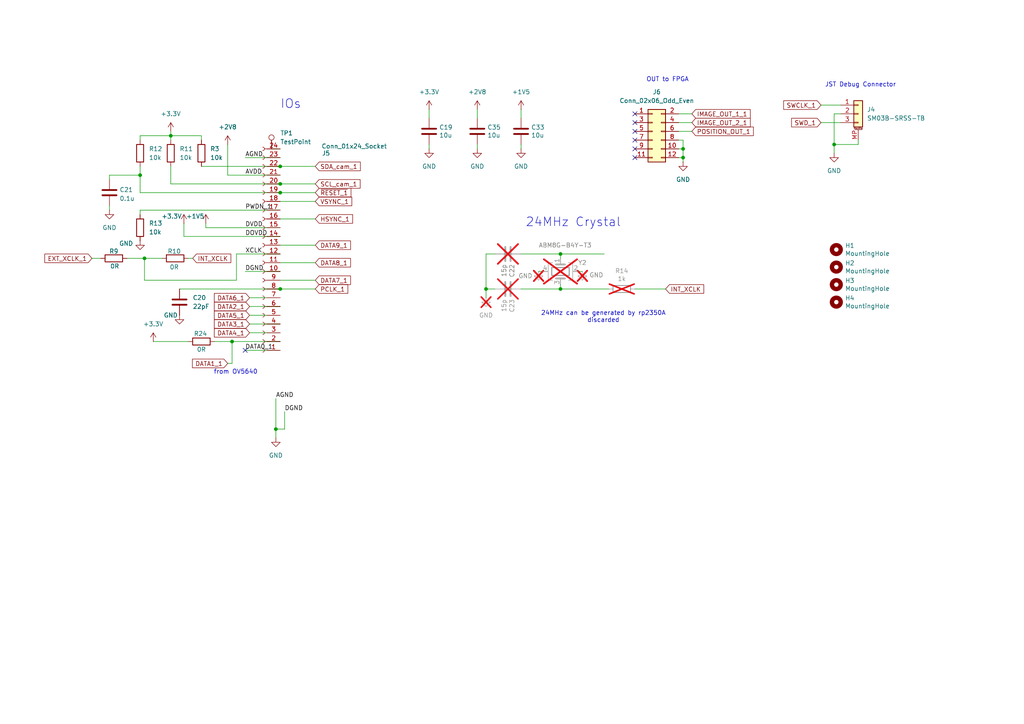
<source format=kicad_sch>
(kicad_sch (version 20250114) (generator "eeschema") (generator_version "9.0")
  (paper "A4")
  (lib_symbols
    (symbol "Connector:Conn_01x24_Socket" (pin_names (offset 1.016) (hide yes))
      (property "Reference" "J" (at 0 30.48 0))
      (property "Value" "Conn_01x24_Socket" (at 0 -33.02 0))
      (symbol "Conn_01x24_Socket_1_1"
        (polyline (pts (xy -1.27 27.94) (xy -0.508 27.94)) (stroke (width 0.1524)))
        (polyline (pts (xy -1.27 25.4) (xy -0.508 25.4)) (stroke (width 0.1524)))
        (polyline (pts (xy -1.27 22.86) (xy -0.508 22.86)) (stroke (width 0.1524)))
        (polyline (pts (xy -1.27 20.32) (xy -0.508 20.32)) (stroke (width 0.1524)))
        (polyline (pts (xy -1.27 17.78) (xy -0.508 17.78)) (stroke (width 0.1524)))
        (polyline (pts (xy -1.27 15.24) (xy -0.508 15.24)) (stroke (width 0.1524)))
        (polyline (pts (xy -1.27 12.7) (xy -0.508 12.7)) (stroke (width 0.1524)))
        (polyline (pts (xy -1.27 10.16) (xy -0.508 10.16)) (stroke (width 0.1524)))
        (polyline (pts (xy -1.27 7.62) (xy -0.508 7.62)) (stroke (width 0.1524)))
        (polyline (pts (xy -1.27 5.08) (xy -0.508 5.08)) (stroke (width 0.1524)))
        (polyline (pts (xy -1.27 2.54) (xy -0.508 2.54)) (stroke (width 0.1524)))
        (polyline (pts (xy -1.27 0) (xy -0.508 0)) (stroke (width 0.1524)))
        (polyline (pts (xy -1.27 -2.54) (xy -0.508 -2.54)) (stroke (width 0.1524)))
        (polyline (pts (xy -1.27 -5.08) (xy -0.508 -5.08)) (stroke (width 0.1524)))
        (polyline (pts (xy -1.27 -7.62) (xy -0.508 -7.62)) (stroke (width 0.1524)))
        (polyline (pts (xy -1.27 -10.16) (xy -0.508 -10.16)) (stroke (width 0.1524)))
        (polyline (pts (xy -1.27 -12.7) (xy -0.508 -12.7)) (stroke (width 0.1524)))
        (polyline (pts (xy -1.27 -15.24) (xy -0.508 -15.24)) (stroke (width 0.1524)))
        (polyline (pts (xy -1.27 -17.78) (xy -0.508 -17.78)) (stroke (width 0.1524)))
        (polyline (pts (xy -1.27 -20.32) (xy -0.508 -20.32)) (stroke (width 0.1524)))
        (polyline (pts (xy -1.27 -22.86) (xy -0.508 -22.86)) (stroke (width 0.1524)))
        (polyline (pts (xy -1.27 -25.4) (xy -0.508 -25.4)) (stroke (width 0.1524)))
        (polyline (pts (xy -1.27 -27.94) (xy -0.508 -27.94)) (stroke (width 0.1524)))
        (polyline (pts (xy -1.27 -30.48) (xy -0.508 -30.48)) (stroke (width 0.1524)))
        (arc (start 0 27.432) (mid -0.5058 27.94) (end 0 28.448) (stroke (width 0.1524)))
        (arc (start 0 24.892) (mid -0.5058 25.4) (end 0 25.908) (stroke (width 0.1524)))
        (arc (start 0 22.352) (mid -0.5058 22.86) (end 0 23.368) (stroke (width 0.1524)))
        (arc (start 0 19.812) (mid -0.5058 20.32) (end 0 20.828) (stroke (width 0.1524)))
        (arc (start 0 17.272) (mid -0.5058 17.78) (end 0 18.288) (stroke (width 0.1524)))
        (arc (start 0 14.732) (mid -0.5058 15.24) (end 0 15.748) (stroke (width 0.1524)))
        (arc (start 0 12.192) (mid -0.5058 12.7) (end 0 13.208) (stroke (width 0.1524)))
        (arc (start 0 9.652) (mid -0.5058 10.16) (end 0 10.668) (stroke (width 0.1524)))
        (arc (start 0 7.112) (mid -0.5058 7.62) (end 0 8.128) (stroke (width 0.1524)))
        (arc (start 0 4.572) (mid -0.5058 5.08) (end 0 5.588) (stroke (width 0.1524)))
        (arc (start 0 2.032) (mid -0.5058 2.54) (end 0 3.048) (stroke (width 0.1524)))
        (arc (start 0 -0.508) (mid -0.5058 0) (end 0 0.508) (stroke (width 0.1524)))
        (arc (start 0 -3.048) (mid -0.5058 -2.54) (end 0 -2.032) (stroke (width 0.1524)))
        (arc (start 0 -5.588) (mid -0.5058 -5.08) (end 0 -4.572) (stroke (width 0.1524)))
        (arc (start 0 -8.128) (mid -0.5058 -7.62) (end 0 -7.112) (stroke (width 0.1524)))
        (arc (start 0 -10.668) (mid -0.5058 -10.16) (end 0 -9.652) (stroke (width 0.1524)))
        (arc (start 0 -13.208) (mid -0.5058 -12.7) (end 0 -12.192) (stroke (width 0.1524)))
        (arc (start 0 -15.748) (mid -0.5058 -15.24) (end 0 -14.732) (stroke (width 0.1524)))
        (arc (start 0 -18.288) (mid -0.5058 -17.78) (end 0 -17.272) (stroke (width 0.1524)))
        (arc (start 0 -20.828) (mid -0.5058 -20.32) (end 0 -19.812) (stroke (width 0.1524)))
        (arc (start 0 -23.368) (mid -0.5058 -22.86) (end 0 -22.352) (stroke (width 0.1524)))
        (arc (start 0 -25.908) (mid -0.5058 -25.4) (end 0 -24.892) (stroke (width 0.1524)))
        (arc (start 0 -28.448) (mid -0.5058 -27.94) (end 0 -27.432) (stroke (width 0.1524)))
        (arc (start 0 -30.988) (mid -0.5058 -30.48) (end 0 -29.972) (stroke (width 0.1524)))
        (pin passive line (at -5.08 27.94 0) (length 3.81) (name "Pin_1") (number "1"))
        (pin passive line (at -5.08 25.4 0) (length 3.81) (name "Pin_2") (number "2"))
        (pin passive line (at -5.08 22.86 0) (length 3.81) (name "Pin_3") (number "3"))
        (pin passive line (at -5.08 20.32 0) (length 3.81) (name "Pin_4") (number "4"))
        (pin passive line (at -5.08 17.78 0) (length 3.81) (name "Pin_5") (number "5"))
        (pin passive line (at -5.08 15.24 0) (length 3.81) (name "Pin_6") (number "6"))
        (pin passive line (at -5.08 12.7 0) (length 3.81) (name "Pin_7") (number "7"))
        (pin passive line (at -5.08 10.16 0) (length 3.81) (name "Pin_8") (number "8"))
        (pin passive line (at -5.08 7.62 0) (length 3.81) (name "Pin_9") (number "9"))
        (pin passive line (at -5.08 5.08 0) (length 3.81) (name "Pin_10") (number "10"))
        (pin passive line (at -5.08 2.54 0) (length 3.81) (name "Pin_11") (number "11"))
        (pin passive line (at -5.08 0 0) (length 3.81) (name "Pin_12") (number "12"))
        (pin passive line (at -5.08 -2.54 0) (length 3.81) (name "Pin_13") (number "13"))
        (pin passive line (at -5.08 -5.08 0) (length 3.81) (name "Pin_14") (number "14"))
        (pin passive line (at -5.08 -7.62 0) (length 3.81) (name "Pin_15") (number "15"))
        (pin passive line (at -5.08 -10.16 0) (length 3.81) (name "Pin_16") (number "16"))
        (pin passive line (at -5.08 -12.7 0) (length 3.81) (name "Pin_17") (number "17"))
        (pin passive line (at -5.08 -15.24 0) (length 3.81) (name "Pin_18") (number "18"))
        (pin passive line (at -5.08 -17.78 0) (length 3.81) (name "Pin_19") (number "19"))
        (pin passive line (at -5.08 -20.32 0) (length 3.81) (name "Pin_20") (number "20"))
        (pin passive line (at -5.08 -22.86 0) (length 3.81) (name "Pin_21") (number "21"))
        (pin passive line (at -5.08 -25.4 0) (length 3.81) (name "Pin_22") (number "22"))
        (pin passive line (at -5.08 -27.94 0) (length 3.81) (name "Pin_23") (number "23"))
        (pin passive line (at -5.08 -30.48 0) (length 3.81) (name "Pin_24") (number "24"))
      )
    )
    (symbol "Connector:TestPoint" (pin_numbers (hide yes)) (pin_names (offset 0.762) (hide yes))
      (property "Reference" "TP" (at 0 6.858 0))
      (property "Value" "TestPoint" (at 0 5.08 0))
      (symbol "TestPoint_0_1"
        (circle (center 0 3.302) (radius 0.762))
      )
      (symbol "TestPoint_1_1"
        (pin passive line (at 0 0 90) (length 2.54) (name "1") (number "1"))
      )
    )
    (symbol "Connector_Generic:Conn_02x06_Odd_Even" (pin_names (offset 1.016) (hide yes))
      (property "Reference" "J" (at 1.27 7.62 0))
      (property "Value" "Conn_02x06_Odd_Even" (at 1.27 -10.16 0))
      (symbol "Conn_02x06_Odd_Even_1_1"
        (rectangle (start -1.27 6.35) (end 3.81 -8.89) (stroke (width 0.254)) (fill (type background)))
        (rectangle (start -1.27 5.207) (end 0 4.953) (stroke (width 0.1524)))
        (rectangle (start -1.27 2.667) (end 0 2.413) (stroke (width 0.1524)))
        (rectangle (start -1.27 0.127) (end 0 -0.127) (stroke (width 0.1524)))
        (rectangle (start -1.27 -2.413) (end 0 -2.667) (stroke (width 0.1524)))
        (rectangle (start -1.27 -4.953) (end 0 -5.207) (stroke (width 0.1524)))
        (rectangle (start -1.27 -7.493) (end 0 -7.747) (stroke (width 0.1524)))
        (rectangle (start 3.81 5.207) (end 2.54 4.953) (stroke (width 0.1524)))
        (rectangle (start 3.81 2.667) (end 2.54 2.413) (stroke (width 0.1524)))
        (rectangle (start 3.81 0.127) (end 2.54 -0.127) (stroke (width 0.1524)))
        (rectangle (start 3.81 -2.413) (end 2.54 -2.667) (stroke (width 0.1524)))
        (rectangle (start 3.81 -4.953) (end 2.54 -5.207) (stroke (width 0.1524)))
        (rectangle (start 3.81 -7.493) (end 2.54 -7.747) (stroke (width 0.1524)))
        (pin passive line (at -5.08 5.08 0) (length 3.81) (name "Pin_1") (number "1"))
        (pin passive line (at -5.08 2.54 0) (length 3.81) (name "Pin_3") (number "3"))
        (pin passive line (at -5.08 0 0) (length 3.81) (name "Pin_5") (number "5"))
        (pin passive line (at -5.08 -2.54 0) (length 3.81) (name "Pin_7") (number "7"))
        (pin passive line (at -5.08 -5.08 0) (length 3.81) (name "Pin_9") (number "9"))
        (pin passive line (at -5.08 -7.62 0) (length 3.81) (name "Pin_11") (number "11"))
        (pin passive line (at 7.62 5.08 180) (length 3.81) (name "Pin_2") (number "2"))
        (pin passive line (at 7.62 2.54 180) (length 3.81) (name "Pin_4") (number "4"))
        (pin passive line (at 7.62 0 180) (length 3.81) (name "Pin_6") (number "6"))
        (pin passive line (at 7.62 -2.54 180) (length 3.81) (name "Pin_8") (number "8"))
        (pin passive line (at 7.62 -5.08 180) (length 3.81) (name "Pin_10") (number "10"))
        (pin passive line (at 7.62 -7.62 180) (length 3.81) (name "Pin_12") (number "12"))
      )
    )
    (symbol "Connector_Generic_MountingPin:Conn_01x03_MountingPin" (pin_names (offset 1.016) (hide yes))
      (property "Reference" "J" (at 0 5.08 0))
      (property "Value" "Conn_01x03_MountingPin" (at 1.27 -5.08 0))
      (symbol "Conn_01x03_MountingPin_1_1"
        (rectangle (start -1.27 3.81) (end 1.27 -3.81) (stroke (width 0.254)) (fill (type background)))
        (rectangle (start -1.27 2.667) (end 0 2.413) (stroke (width 0.1524)))
        (rectangle (start -1.27 0.127) (end 0 -0.127) (stroke (width 0.1524)))
        (rectangle (start -1.27 -2.413) (end 0 -2.667) (stroke (width 0.1524)))
        (polyline (pts (xy -1.016 -4.572) (xy 1.016 -4.572)) (stroke (width 0.1524)))
        (text "Mounting" (at 0 -4.191 0) (effects (font (size 0.381 0.381))))
        (pin passive line (at -5.08 2.54 0) (length 3.81) (name "Pin_1") (number "1"))
        (pin passive line (at -5.08 0 0) (length 3.81) (name "Pin_2") (number "2"))
        (pin passive line (at -5.08 -2.54 0) (length 3.81) (name "Pin_3") (number "3"))
        (pin passive line (at 0 -7.62 90) (length 3.048) (name "MountPin") (number "MP"))
      )
    )
    (symbol "Device:C" (pin_numbers (hide yes)) (pin_names (offset 0.254))
      (property "Reference" "C" (at 0.635 2.54 0))
      (property "Value" "C" (at 0.635 -2.54 0))
      (symbol "C_0_1"
        (polyline (pts (xy -2.032 0.762) (xy 2.032 0.762)) (stroke (width 0.508)))
        (polyline (pts (xy -2.032 -0.762) (xy 2.032 -0.762)) (stroke (width 0.508)))
      )
      (symbol "C_1_1"
        (pin passive line (at 0 3.81 270) (length 2.794) (name "~") (number "1"))
        (pin passive line (at 0 -3.81 90) (length 2.794) (name "~") (number "2"))
      )
    )
    (symbol "Device:Crystal_GND24" (pin_names (offset 1.016) (hide yes))
      (property "Reference" "Y" (at 3.175 5.08 0))
      (property "Value" "Crystal_GND24" (at 3.175 3.175 0))
      (symbol "Crystal_GND24_0_1"
        (polyline (pts (xy -2.54 2.286) (xy -2.54 3.556) (xy 2.54 3.556) (xy 2.54 2.286)))
        (polyline (pts (xy -2.54 0) (xy -2.032 0)))
        (polyline (pts (xy -2.54 -2.286) (xy -2.54 -3.556) (xy 2.54 -3.556) (xy 2.54 -2.286)))
        (polyline (pts (xy -2.032 -1.27) (xy -2.032 1.27)) (stroke (width 0.508)))
        (rectangle (start -1.143 2.54) (end 1.143 -2.54) (stroke (width 0.3048)))
        (polyline (pts (xy 0 3.556) (xy 0 3.81)))
        (polyline (pts (xy 0 -3.81) (xy 0 -3.556)))
        (polyline (pts (xy 2.032 0) (xy 2.54 0)))
        (polyline (pts (xy 2.032 -1.27) (xy 2.032 1.27)) (stroke (width 0.508)))
      )
      (symbol "Crystal_GND24_1_1"
        (pin passive line (at -3.81 0 0) (length 1.27) (name "1") (number "1"))
        (pin passive line (at 0 5.08 270) (length 1.27) (name "2") (number "2"))
        (pin passive line (at 0 -5.08 90) (length 1.27) (name "4") (number "4"))
        (pin passive line (at 3.81 0 180) (length 1.27) (name "3") (number "3"))
      )
    )
    (symbol "Device:R" (pin_numbers (hide yes)) (pin_names (offset 0))
      (property "Reference" "R" (at 2.032 0 90))
      (property "Value" "R" (at 0 0 90))
      (symbol "R_0_1"
        (rectangle (start -1.016 -2.54) (end 1.016 2.54) (stroke (width 0.254)))
      )
      (symbol "R_1_1"
        (pin passive line (at 0 3.81 270) (length 1.27) (name "~") (number "1"))
        (pin passive line (at 0 -3.81 90) (length 1.27) (name "~") (number "2"))
      )
    )
    (symbol "GND_1" (power) (pin_numbers (hide yes)) (pin_names (offset 0) (hide yes))
      (property "Value" "GND" (at 0 -3.81 0))
      (symbol "GND_1_0_1"
        (polyline (pts (xy 0 0) (xy 0 -1.27) (xy 1.27 -1.27) (xy 0 -2.54) (xy -1.27 -1.27) (xy 0 -1.27)))
      )
      (symbol "GND_1_1_1"
        (pin power_in line (at 0 0 270) (length 0) (name "~") (number "1"))
      )
    )
    (symbol "GND_10" (power) (pin_numbers (hide yes)) (pin_names (offset 0) (hide yes))
      (property "Value" "GND" (at 0 -3.81 0))
      (symbol "GND_10_0_1"
        (polyline (pts (xy 0 0) (xy 0 -1.27) (xy 1.27 -1.27) (xy 0 -2.54) (xy -1.27 -1.27) (xy 0 -1.27)))
      )
      (symbol "GND_10_1_1"
        (pin power_in line (at 0 0 270) (length 0) (name "~") (number "1"))
      )
    )
    (symbol "GND_2" (power) (pin_numbers (hide yes)) (pin_names (offset 0) (hide yes))
      (property "Value" "GND" (at 0 -3.81 0))
      (symbol "GND_2_0_1"
        (polyline (pts (xy 0 0) (xy 0 -1.27) (xy 1.27 -1.27) (xy 0 -2.54) (xy -1.27 -1.27) (xy 0 -1.27)))
      )
      (symbol "GND_2_1_1"
        (pin power_in line (at 0 0 270) (length 0) (name "~") (number "1"))
      )
    )
    (symbol "GND_3" (power) (pin_numbers (hide yes)) (pin_names (offset 0) (hide yes))
      (property "Value" "GND" (at 0 -3.81 0))
      (symbol "GND_3_0_1"
        (polyline (pts (xy 0 0) (xy 0 -1.27) (xy 1.27 -1.27) (xy 0 -2.54) (xy -1.27 -1.27) (xy 0 -1.27)))
      )
      (symbol "GND_3_1_1"
        (pin power_in line (at 0 0 270) (length 0) (name "~") (number "1"))
      )
    )
    (symbol "GND_7" (power) (pin_numbers (hide yes)) (pin_names (offset 0) (hide yes))
      (property "Value" "GND" (at 0 -3.81 0))
      (symbol "GND_7_0_1"
        (polyline (pts (xy 0 0) (xy 0 -1.27) (xy 1.27 -1.27) (xy 0 -2.54) (xy -1.27 -1.27) (xy 0 -1.27)))
      )
      (symbol "GND_7_1_1"
        (pin power_in line (at 0 0 270) (length 0) (name "~") (number "1"))
      )
    )
    (symbol "GND_9" (power) (pin_numbers (hide yes)) (pin_names (offset 0) (hide yes))
      (property "Value" "GND" (at 0 -3.81 0))
      (symbol "GND_9_0_1"
        (polyline (pts (xy 0 0) (xy 0 -1.27) (xy 1.27 -1.27) (xy 0 -2.54) (xy -1.27 -1.27) (xy 0 -1.27)))
      )
      (symbol "GND_9_1_1"
        (pin power_in line (at 0 0 270) (length 0) (name "~") (number "1"))
      )
    )
    (symbol "Mechanical:MountingHole" (pin_names (offset 1.016))
      (property "Reference" "H" (at 0 5.08 0))
      (property "Value" "MountingHole" (at 0 3.175 0))
      (symbol "MountingHole_0_1"
        (circle (center 0 0) (radius 1.27) (stroke (width 1.27)))
      )
    )
    (symbol "MountingHole_1" (pin_names (offset 1.016))
      (property "Reference" "H" (at 0 5.08 0))
      (property "Value" "MountingHole" (at 0 3.175 0))
      (symbol "MountingHole_1_0_1"
        (circle (center 0 0) (radius 1.27) (stroke (width 1.27)))
      )
    )
    (symbol "MountingHole_2" (pin_names (offset 1.016))
      (property "Reference" "H" (at 0 5.08 0))
      (property "Value" "MountingHole" (at 0 3.175 0))
      (symbol "MountingHole_2_0_1"
        (circle (center 0 0) (radius 1.27) (stroke (width 1.27)))
      )
    )
    (symbol "MountingHole_3" (pin_names (offset 1.016))
      (property "Reference" "H" (at 0 5.08 0))
      (property "Value" "MountingHole" (at 0 3.175 0))
      (symbol "MountingHole_3_0_1"
        (circle (center 0 0) (radius 1.27) (stroke (width 1.27)))
      )
    )
    (symbol "power:+1V5" (power) (pin_numbers (hide yes)) (pin_names (offset 0) (hide yes))
      (property "Value" "+1V5" (at 0 3.556 0))
      (symbol "+1V5_0_1"
        (polyline (pts (xy -0.762 1.27) (xy 0 2.54)))
        (polyline (pts (xy 0 2.54) (xy 0.762 1.27)))
        (polyline (pts (xy 0 0) (xy 0 2.54)))
      )
      (symbol "+1V5_1_1"
        (pin power_in line (at 0 0 90) (length 0) (name "~") (number "1"))
      )
    )
    (symbol "power:+2V8" (power) (pin_numbers (hide yes)) (pin_names (offset 0) (hide yes))
      (property "Value" "+2V8" (at 0 3.556 0))
      (symbol "+2V8_0_1"
        (polyline (pts (xy -0.762 1.27) (xy 0 2.54)))
        (polyline (pts (xy 0 2.54) (xy 0.762 1.27)))
        (polyline (pts (xy 0 0) (xy 0 2.54)))
      )
      (symbol "+2V8_1_1"
        (pin power_in line (at 0 0 90) (length 0) (name "~") (number "1"))
      )
    )
    (symbol "power:+3.3V" (power) (pin_numbers (hide yes)) (pin_names (offset 0) (hide yes))
      (property "Value" "+3.3V" (at 0 3.556 0))
      (symbol "+3.3V_0_1"
        (polyline (pts (xy -0.762 1.27) (xy 0 2.54)))
        (polyline (pts (xy 0 2.54) (xy 0.762 1.27)))
        (polyline (pts (xy 0 0) (xy 0 2.54)))
      )
      (symbol "+3.3V_1_1"
        (pin power_in line (at 0 0 90) (length 0) (name "~") (number "1"))
      )
    )
    (symbol "power:GND" (power) (pin_numbers (hide yes)) (pin_names (offset 0) (hide yes))
      (property "Value" "GND" (at 0 -3.81 0))
      (symbol "GND_0_1"
        (polyline (pts (xy 0 0) (xy 0 -1.27) (xy 1.27 -1.27) (xy 0 -2.54) (xy -1.27 -1.27) (xy 0 -1.27)))
      )
      (symbol "GND_1_1"
        (pin power_in line (at 0 0 270) (length 0) (name "~") (number "1"))
      )
    )
  )
  (text "from OV5640" (at 61.976 108.712 0) (effects (font (size 1.27 1.27)) (justify left bottom)))
  (text "24MHz Crystal" (at 152.4 66.04 0) (effects (font (size 2.54 2.54)) (justify left bottom)))
  (text "24MHz can be generated by rp2350A\ndiscarded" (at 175.006 91.948 0) (effects (font (size 1.27 1.27))))
  (text "OUT to FPGA" (at 187.452 23.876 0) (effects (font (size 1.27 1.27)) (justify left bottom)))
  (text "IOs" (at 81.28 31.75 0) (effects (font (size 2.54 2.54)) (justify left bottom)))
  (text "JST Debug Connector" (at 239.268 25.4 0) (effects (font (size 1.27 1.27)) (justify left bottom)))
  (junction (at 81.28 55.88))
  (junction (at 81.28 53.34))
  (junction (at 49.53 39.37))
  (junction (at 241.935 41.91))
  (junction (at 198.12 45.72))
  (junction (at 140.97 83.82))
  (junction (at 67.31 99.06))
  (junction (at 40.64 50.8))
  (junction (at 80.01 124.46))
  (junction (at 81.28 83.82))
  (junction (at 162.56 83.82))
  (junction (at 198.12 43.18))
  (junction (at 162.56 73.66))
  (junction (at 81.28 48.26))
  (junction (at 41.91 74.93))
  (no_connect (at 184.15 45.72))
  (no_connect (at 184.15 33.02))
  (no_connect (at 71.12 101.6))
  (no_connect (at 184.15 40.64))
  (no_connect (at 184.15 38.1))
  (no_connect (at 184.15 35.56))
  (no_connect (at 184.15 43.18))
  (wire (pts (xy 58.42 48.26) (xy 81.28 48.26)))
  (wire (pts (xy 198.12 40.64) (xy 198.12 43.18)))
  (wire (pts (xy 156.21 78.74) (xy 157.48 78.74)))
  (wire (pts (xy 49.53 39.37) (xy 49.53 40.64)))
  (wire (pts (xy 54.61 74.93) (xy 55.88 74.93)))
  (wire (pts (xy 41.91 81.28) (xy 41.91 74.93)))
  (wire (pts (xy 40.64 60.96) (xy 81.28 60.96)))
  (wire (pts (xy 248.92 40.64) (xy 248.92 41.91)))
  (wire (pts (xy 196.85 33.02) (xy 200.66 33.02)))
  (wire (pts (xy 241.935 41.91) (xy 241.935 44.45)))
  (wire (pts (xy 40.64 50.8) (xy 40.64 55.88)))
  (wire (pts (xy 31.75 50.8) (xy 40.64 50.8)))
  (wire (pts (xy 151.13 31.75) (xy 151.13 34.29)))
  (wire (pts (xy 72.39 93.98) (xy 81.28 93.98)))
  (wire (pts (xy 196.85 43.18) (xy 198.12 43.18)))
  (wire (pts (xy 71.12 45.72) (xy 81.28 45.72)))
  (wire (pts (xy 49.53 53.34) (xy 81.28 53.34)))
  (wire (pts (xy 196.85 38.1) (xy 200.66 38.1)))
  (wire (pts (xy 78.74 43.18) (xy 81.28 43.18)))
  (wire (pts (xy 167.64 78.74) (xy 168.91 78.74)))
  (wire (pts (xy 58.42 40.64) (xy 58.42 39.37)))
  (wire (pts (xy 53.34 68.58) (xy 81.28 68.58)))
  (wire (pts (xy 68.58 73.66) (xy 81.28 73.66)))
  (wire (pts (xy 241.935 41.91) (xy 248.92 41.91)))
  (wire (pts (xy 72.39 96.52) (xy 81.28 96.52)))
  (wire (pts (xy 162.56 82.55) (xy 162.56 83.82)))
  (wire (pts (xy 151.13 73.66) (xy 162.56 73.66)))
  (wire (pts (xy 66.04 41.91) (xy 66.04 50.8)))
  (wire (pts (xy 151.13 83.82) (xy 162.56 83.82)))
  (wire (pts (xy 40.64 48.26) (xy 40.64 50.8)))
  (wire (pts (xy 67.31 99.06) (xy 81.28 99.06)))
  (wire (pts (xy 143.51 73.66) (xy 140.97 73.66)))
  (wire (pts (xy 196.85 35.56) (xy 200.66 35.56)))
  (wire (pts (xy 162.56 73.66) (xy 175.26 73.66)))
  (wire (pts (xy 81.28 55.88) (xy 91.44 55.88)))
  (wire (pts (xy 81.28 76.2) (xy 91.44 76.2)))
  (wire (pts (xy 49.53 48.26) (xy 49.53 53.34)))
  (wire (pts (xy 140.97 73.66) (xy 140.97 83.82)))
  (wire (pts (xy 53.34 64.77) (xy 53.34 68.58)))
  (wire (pts (xy 41.91 81.28) (xy 68.58 81.28)))
  (wire (pts (xy 81.28 83.82) (xy 91.44 83.82)))
  (wire (pts (xy 81.28 53.34) (xy 91.44 53.34)))
  (wire (pts (xy 198.12 43.18) (xy 198.12 45.72)))
  (wire (pts (xy 238.125 30.48) (xy 243.84 30.48)))
  (wire (pts (xy 143.51 83.82) (xy 140.97 83.82)))
  (wire (pts (xy 72.39 91.44) (xy 81.28 91.44)))
  (wire (pts (xy 81.28 81.28) (xy 91.44 81.28)))
  (wire (pts (xy 138.43 31.75) (xy 138.43 34.29)))
  (wire (pts (xy 162.56 83.82) (xy 176.53 83.82)))
  (wire (pts (xy 68.58 81.28) (xy 68.58 73.66)))
  (wire (pts (xy 40.64 39.37) (xy 49.53 39.37)))
  (wire (pts (xy 72.39 86.36) (xy 81.28 86.36)))
  (wire (pts (xy 71.12 78.74) (xy 81.28 78.74)))
  (wire (pts (xy 198.12 45.72) (xy 198.12 46.99)))
  (wire (pts (xy 80.01 124.46) (xy 80.01 127)))
  (wire (pts (xy 66.04 50.8) (xy 81.28 50.8)))
  (wire (pts (xy 238.125 35.56) (xy 243.84 35.56)))
  (wire (pts (xy 196.85 45.72) (xy 198.12 45.72)))
  (wire (pts (xy 59.69 66.04) (xy 81.28 66.04)))
  (wire (pts (xy 80.01 115.57) (xy 80.01 124.46)))
  (wire (pts (xy 41.91 74.93) (xy 46.99 74.93)))
  (wire (pts (xy 81.28 58.42) (xy 91.44 58.42)))
  (wire (pts (xy 66.04 105.41) (xy 67.31 105.41)))
  (wire (pts (xy 162.56 74.93) (xy 162.56 73.66)))
  (wire (pts (xy 58.42 39.37) (xy 49.53 39.37)))
  (wire (pts (xy 241.935 33.02) (xy 241.935 41.91)))
  (wire (pts (xy 31.75 52.07) (xy 31.75 50.8)))
  (wire (pts (xy 82.55 119.38) (xy 82.55 124.46)))
  (wire (pts (xy 243.84 33.02) (xy 241.935 33.02)))
  (wire (pts (xy 72.39 88.9) (xy 81.28 88.9)))
  (wire (pts (xy 31.75 59.69) (xy 31.75 60.96)))
  (wire (pts (xy 52.07 83.82) (xy 81.28 83.82)))
  (wire (pts (xy 40.64 40.64) (xy 40.64 39.37)))
  (wire (pts (xy 62.23 99.06) (xy 67.31 99.06)))
  (wire (pts (xy 124.46 31.75) (xy 124.46 34.29)))
  (wire (pts (xy 67.31 105.41) (xy 67.31 99.06)))
  (wire (pts (xy 138.43 41.91) (xy 138.43 43.18)))
  (wire (pts (xy 140.97 83.82) (xy 140.97 86.36)))
  (wire (pts (xy 184.15 83.82) (xy 193.04 83.82)))
  (wire (pts (xy 59.69 64.77) (xy 59.69 66.04)))
  (wire (pts (xy 26.67 74.93) (xy 29.21 74.93)))
  (wire (pts (xy 81.28 48.26) (xy 91.44 48.26)))
  (wire (pts (xy 44.45 99.06) (xy 54.61 99.06)))
  (wire (pts (xy 81.28 71.12) (xy 91.44 71.12)))
  (wire (pts (xy 80.01 124.46) (xy 82.55 124.46)))
  (wire (pts (xy 40.64 55.88) (xy 81.28 55.88)))
  (wire (pts (xy 81.28 63.5) (xy 91.44 63.5)))
  (wire (pts (xy 49.53 38.1) (xy 49.53 39.37)))
  (wire (pts (xy 151.13 41.91) (xy 151.13 43.18)))
  (wire (pts (xy 40.64 62.23) (xy 40.64 60.96)))
  (wire (pts (xy 71.12 101.6) (xy 81.28 101.6)))
  (wire (pts (xy 124.46 41.91) (xy 124.46 43.18)))
  (wire (pts (xy 196.85 40.64) (xy 198.12 40.64)))
  (wire (pts (xy 36.83 74.93) (xy 41.91 74.93)))
  (label "AGND" (at 80.01 115.57 0))
  (label "DOVDD" (at 71.12 68.58 0))
  (label "DVDD" (at 71.12 66.04 0))
  (label "DATA0_1" (at 71.12 101.6 0))
  (label "PWDN_1" (at 71.12 60.96 0))
  (label "DGND" (at 82.55 119.38 0))
  (label "AVDD" (at 71.12 50.8 0))
  (label "DGND" (at 71.12 78.74 0))
  (label "XCLK" (at 71.12 73.66 0))
  (label "AGND" (at 71.12 45.72 0))
  (global_label "DATA4_1" (shape input) (at 72.39 96.52 180) (property "Intersheetrefs" "${INTERSHEET_REFS}" (effects (hide yes))))
  (global_label "HSYNC_1" (shape input) (at 91.44 63.5 0) (property "Intersheetrefs" "${INTERSHEET_REFS}" (effects (hide yes))))
  (global_label "PCLK_1" (shape input) (at 91.44 83.82 0) (property "Intersheetrefs" "${INTERSHEET_REFS}" (effects (hide yes))))
  (global_label "DATA9_1" (shape input) (at 91.44 71.12 0) (property "Intersheetrefs" "${INTERSHEET_REFS}" (effects (hide yes))))
  (global_label "IMAGE_OUT_2_1" (shape input) (at 200.66 35.56 0) (property "Intersheetrefs" "${INTERSHEET_REFS}" (effects (hide yes))))
  (global_label "DATA7_1" (shape input) (at 91.44 81.28 0) (property "Intersheetrefs" "${INTERSHEET_REFS}" (effects (hide yes))))
  (global_label "~{RESET_1}" (shape input) (at 91.44 55.88 0) (property "Intersheetrefs" "${INTERSHEET_REFS}" (effects (hide yes))))
  (global_label "SWD_1" (shape input) (at 238.125 35.56 180) (property "Intersheetrefs" "${INTERSHEET_REFS}" (effects (hide yes))))
  (global_label "DATA3_1" (shape input) (at 72.39 93.98 180) (property "Intersheetrefs" "${INTERSHEET_REFS}" (effects (hide yes))))
  (global_label "POSITION_OUT_1" (shape input) (at 200.66 38.1 0) (property "Intersheetrefs" "${INTERSHEET_REFS}" (effects (hide yes))))
  (global_label "DATA1_1" (shape input) (at 66.04 105.41 180) (property "Intersheetrefs" "${INTERSHEET_REFS}" (effects (hide yes))))
  (global_label "IMAGE_OUT_1_1" (shape input) (at 200.66 33.02 0) (property "Intersheetrefs" "${INTERSHEET_REFS}" (effects (hide yes))))
  (global_label "DATA6_1" (shape input) (at 72.39 86.36 180) (property "Intersheetrefs" "${INTERSHEET_REFS}" (effects (hide yes))))
  (global_label "DATA8_1" (shape input) (at 91.44 76.2 0) (property "Intersheetrefs" "${INTERSHEET_REFS}" (effects (hide yes))))
  (global_label "DATA2_1" (shape input) (at 72.39 88.9 180) (property "Intersheetrefs" "${INTERSHEET_REFS}" (effects (hide yes))))
  (global_label "SWCLK_1" (shape input) (at 238.125 30.48 180) (property "Intersheetrefs" "${INTERSHEET_REFS}" (effects (hide yes))))
  (global_label "VSYNC_1" (shape input) (at 91.44 58.42 0) (property "Intersheetrefs" "${INTERSHEET_REFS}" (effects (hide yes))))
  (global_label "SDA_cam_1" (shape input) (at 91.44 48.26 0) (property "Intersheetrefs" "${INTERSHEET_REFS}" (effects (hide yes))))
  (global_label "EXT_XCLK_1" (shape input) (at 26.67 74.93 180) (property "Intersheetrefs" "${INTERSHEET_REFS}" (effects (hide yes))))
  (global_label "INT_XCLK" (shape input) (at 193.04 83.82 0) (property "Intersheetrefs" "${INTERSHEET_REFS}" (effects (hide yes))))
  (global_label "DATA5_1" (shape input) (at 72.39 91.44 180) (property "Intersheetrefs" "${INTERSHEET_REFS}" (effects (hide yes))))
  (global_label "INT_XCLK" (shape input) (at 55.88 74.93 0) (property "Intersheetrefs" "${INTERSHEET_REFS}" (effects (hide yes))))
  (global_label "SCL_cam_1" (shape input) (at 91.44 53.34 0) (property "Intersheetrefs" "${INTERSHEET_REFS}" (effects (hide yes))))
  (symbol (lib_name "MountingHole_1") (lib_id "Mechanical:MountingHole") (at 242.57 72.39 0) (unit 1)
    (property "Reference" "H1" (at 245.11 71.2216 0) (effects (justify left)))
    (property "Value" "MountingHole" (at 245.11 73.533 0) (effects (justify left)))
    (property "Footprint" "MountingHole:MountingHole_2.7mm_M2.5" (effects (hide yes)))
  )
  (symbol (lib_name "MountingHole_3") (lib_id "Mechanical:MountingHole") (at 242.57 77.47 0) (unit 1)
    (property "Reference" "H2" (at 245.11 76.3016 0) (effects (justify left)))
    (property "Value" "MountingHole" (at 245.11 78.613 0) (effects (justify left)))
    (property "Footprint" "MountingHole:MountingHole_2.7mm_M2.5" (effects (hide yes)))
  )
  (symbol (lib_name "MountingHole_2") (lib_id "Mechanical:MountingHole") (at 242.57 82.55 0) (unit 1)
    (property "Reference" "H3" (at 245.11 81.3816 0) (effects (justify left)))
    (property "Value" "MountingHole" (at 245.11 83.693 0) (effects (justify left)))
    (property "Footprint" "MountingHole:MountingHole_2.7mm_M2.5" (effects (hide yes)))
  )
  (symbol (lib_id "Mechanical:MountingHole") (at 242.57 87.63 0) (unit 1)
    (property "Reference" "H4" (at 245.11 86.4616 0) (effects (justify left)))
    (property "Value" "MountingHole" (at 245.11 88.773 0) (effects (justify left)))
    (property "Footprint" "MountingHole:MountingHole_2.7mm_M2.5" (effects (hide yes)))
  )
  (symbol (lib_id "Device:C") (at 124.46 38.1 0) (unit 1)
    (property "Reference" "C19" (at 127.381 36.9316 0) (effects (justify left)))
    (property "Value" "10u" (at 127.381 39.243 0) (effects (justify left)))
    (property "Footprint" "Capacitor_SMD:C_0603_1608Metric_Pad1.08x0.95mm_HandSolder" (effects (hide yes)))
  )
  (symbol (lib_id "Device:C") (at 151.13 38.1 0) (unit 1)
    (property "Reference" "C33" (at 154.051 36.9316 0) (effects (justify left)))
    (property "Value" "10u" (at 154.051 39.243 0) (effects (justify left)))
    (property "Footprint" "Capacitor_SMD:C_0603_1608Metric_Pad1.08x0.95mm_HandSolder" (effects (hide yes)))
  )
  (symbol (lib_name "GND_2") (lib_id "power:GND") (at 140.97 86.36 0) (unit 1) (on_board no) (dnp yes)
    (property "Reference" "#PWR042" (effects (hide yes)))
    (property "Value" "GND" (at 140.97 91.44 0))
    (property "Description" "Power symbol creates a global label with name \"GND\" , ground" (effects (hide yes)))
  )
  (symbol (lib_id "power:+3.3V") (at 44.45 99.06 0) (unit 1)
    (property "Reference" "#PWR037" (effects (hide yes)))
    (property "Value" "+3.3V" (at 44.45 93.98 0))
    (property "Description" "Power symbol creates a global label with name \"+3.3V\"" (effects (hide yes)))
  )
  (symbol (lib_name "GND_3") (lib_id "power:GND") (at 138.43 43.18 0) (unit 1)
    (property "Reference" "#PWR038" (effects (hide yes)))
    (property "Value" "GND" (at 138.43 48.26 0))
    (property "Description" "Power symbol creates a global label with name \"GND\" , ground" (effects (hide yes)))
  )
  (symbol (lib_name "GND_10") (lib_id "power:GND") (at 31.75 60.96 0) (unit 1)
    (property "Reference" "#PWR040" (effects (hide yes)))
    (property "Value" "GND" (at 31.75 66.04 0))
    (property "Description" "Power symbol creates a global label with name \"GND\" , ground" (effects (hide yes)))
  )
  (symbol (lib_name "GND_9") (lib_id "power:GND") (at 80.01 127 0) (unit 1)
    (property "Reference" "#PWR036" (effects (hide yes)))
    (property "Value" "GND" (at 80.01 132.08 0))
    (property "Description" "Power symbol creates a global label with name \"GND\" , ground" (effects (hide yes)))
  )
  (symbol (lib_id "power:+1V5") (at 151.13 31.75 0) (unit 1)
    (property "Reference" "#PWR054" (effects (hide yes)))
    (property "Value" "+1V5" (at 151.13 26.67 0))
    (property "Description" "Power symbol creates a global label with name \"+1V5\"" (effects (hide yes)))
  )
  (symbol (lib_id "Device:C") (at 31.75 55.88 0) (unit 1)
    (property "Reference" "C21" (at 34.671 55.0453 0) (effects (justify left)))
    (property "Value" "0.1u" (at 34.671 57.5822 0) (effects (justify left)))
    (property "Footprint" "Capacitor_SMD:C_0603_1608Metric_Pad1.08x0.95mm_HandSolder" (effects (hide yes)))
  )
  (symbol (lib_id "Device:R") (at 49.53 44.45 0) (unit 1)
    (property "Reference" "R11" (at 52.07 43.1799 0) (effects (justify left)))
    (property "Value" "10k" (at 52.07 45.7199 0) (effects (justify left)))
    (property "Footprint" "Resistor_SMD:R_0603_1608Metric_Pad0.98x0.95mm_HandSolder" (effects (hide yes)))
    (property "Description" "Resistor" (effects (hide yes)))
  )
  (symbol (lib_name "GND_3") (lib_id "power:GND") (at 151.13 43.18 0) (unit 1)
    (property "Reference" "#PWR055" (effects (hide yes)))
    (property "Value" "GND" (at 151.13 48.26 0))
    (property "Description" "Power symbol creates a global label with name \"GND\" , ground" (effects (hide yes)))
  )
  (symbol (lib_id "Connector:TestPoint") (at 78.74 43.18 0) (unit 1)
    (property "Reference" "TP1" (at 81.28 38.6079 0) (effects (justify left)))
    (property "Value" "TestPoint" (at 81.28 41.1479 0) (effects (justify left)))
    (property "Footprint" "TestPoint:TestPoint_Pad_D1.0mm" (effects (hide yes)))
    (property "Description" "test point" (effects (hide yes)))
  )
  (symbol (lib_name "GND_2") (lib_id "power:GND") (at 168.91 78.74 0) (unit 1) (on_board no) (dnp yes)
    (property "Reference" "#PWR044" (effects (hide yes)))
    (property "Value" "GND" (at 172.974 79.756 0))
    (property "Description" "Power symbol creates a global label with name \"GND\" , ground" (effects (hide yes)))
  )
  (symbol (lib_name "GND_7") (lib_id "power:GND") (at 198.12 46.99 0) (unit 1)
    (property "Reference" "#PWR024" (effects (hide yes)))
    (property "Value" "GND" (at 198.12 52.07 0))
    (property "Description" "Power symbol creates a global label with name \"GND\" , ground" (effects (hide yes)))
  )
  (symbol (lib_id "Device:C") (at 52.07 87.63 0) (unit 1)
    (property "Reference" "C20" (at 55.88 86.3599 0) (effects (justify left)))
    (property "Value" "22pF" (at 55.88 88.8999 0) (effects (justify left)))
    (property "Footprint" "Capacitor_SMD:C_0603_1608Metric_Pad1.08x0.95mm_HandSolder" (effects (hide yes)))
    (property "Description" "Unpolarized capacitor" (effects (hide yes)))
  )
  (symbol (lib_id "Connector:Conn_01x24_Socket") (at 76.2 73.66 180) (unit 1)
    (property "Reference" "J5" (at 95.758 44.45 0) (effects (justify left)))
    (property "Value" "Conn_01x24_Socket" (at 112.268 42.418 0) (effects (justify left)))
    (property "Footprint" "Connector_FFC-FPC:TE_2-84952-4_1x24-1MP_P1.0mm_Horizontal" (effects (hide yes)))
    (property "Description" "Generic connector, single row, 01x24, script generated" (effects (hide yes)))
  )
  (symbol (lib_id "Device:C") (at 138.43 38.1 0) (unit 1)
    (property "Reference" "C35" (at 141.351 36.9316 0) (effects (justify left)))
    (property "Value" "10u" (at 141.351 39.243 0) (effects (justify left)))
    (property "Footprint" "Capacitor_SMD:C_0603_1608Metric_Pad1.08x0.95mm_HandSolder" (effects (hide yes)))
  )
  (symbol (lib_id "Connector_Generic:Conn_02x06_Odd_Even") (at 189.23 38.1 0) (unit 1)
    (property "Reference" "J6" (at 190.5 26.67 0))
    (property "Value" "Conn_02x06_Odd_Even" (at 190.5 29.21 0))
    (property "Footprint" "Connector_PinHeader_2.54mm:PinHeader_2x06_P2.54mm_Vertical" (effects (hide yes)))
    (property "Description" "Generic connector, double row, 02x06, odd/even pin numbering scheme (row 1 odd numbers, row 2 even numbers), script generated (kicad-library-utils/schlib/autogen/connector/)" (effects (hide yes)))
  )
  (symbol (lib_id "Device:R") (at 40.64 44.45 0) (unit 1)
    (property "Reference" "R12" (at 43.18 43.1799 0) (effects (justify left)))
    (property "Value" "10k" (at 43.18 45.7199 0) (effects (justify left)))
    (property "Footprint" "Resistor_SMD:R_0603_1608Metric_Pad0.98x0.95mm_HandSolder" (effects (hide yes)))
    (property "Description" "Resistor" (effects (hide yes)))
  )
  (symbol (lib_id "Device:C") (at 147.32 83.82 270) (unit 1) (on_board no) (dnp yes)
    (property "Reference" "C23" (at 148.4884 86.741 0) (effects (justify left)))
    (property "Value" "15p" (at 146.177 86.741 0) (effects (justify left)))
    (property "Footprint" "Capacitor_SMD:C_0603_1608Metric_Pad1.08x0.95mm_HandSolder" (effects (hide yes)))
  )
  (symbol (lib_id "Device:R") (at 58.42 44.45 0) (unit 1)
    (property "Reference" "R3" (at 60.96 43.1799 0) (effects (justify left)))
    (property "Value" "10k" (at 60.96 45.7199 0) (effects (justify left)))
    (property "Footprint" "Resistor_SMD:R_0603_1608Metric_Pad0.98x0.95mm_HandSolder" (effects (hide yes)))
    (property "Description" "Resistor" (effects (hide yes)))
  )
  (symbol (lib_id "power:GND") (at 241.935 44.45 0) (unit 1)
    (property "Reference" "#PWR031" (effects (hide yes)))
    (property "Value" "GND" (at 241.935 49.53 0))
    (property "Description" "Power symbol creates a global label with name \"GND\" , ground" (effects (hide yes)))
  )
  (symbol (lib_id "Device:Crystal_GND24") (at 162.56 78.74 270) (unit 1) (on_board no) (dnp yes)
    (property "Reference" "Y2" (at 167.64 76.2 90) (effects (justify left)))
    (property "Value" "ABM8G-B4Y-T3" (at 156.21 71.12 90) (effects (justify left)))
    (property "Footprint" "Crystal:Crystal_SMD_3225-4Pin_3.2x2.5mm" (effects (hide yes)))
  )
  (symbol (lib_name "GND_10") (lib_id "power:GND") (at 40.64 69.85 0) (unit 1)
    (property "Reference" "#PWR041" (effects (hide yes)))
    (property "Value" "GND" (at 36.576 70.612 0))
    (property "Description" "Power symbol creates a global label with name \"GND\" , ground" (effects (hide yes)))
  )
  (symbol (lib_id "Device:R") (at 180.34 83.82 270) (unit 1) (on_board no) (dnp yes)
    (property "Reference" "R14" (at 180.34 78.5622 90))
    (property "Value" "1k" (at 180.34 80.8736 90))
    (property "Footprint" "Resistor_SMD:R_0603_1608Metric_Pad0.98x0.95mm_HandSolder" (effects (hide yes)))
  )
  (symbol (lib_id "Connector_Generic_MountingPin:Conn_01x03_MountingPin") (at 248.92 33.02 0) (unit 1)
    (property "Reference" "J4" (at 251.46 31.75 0) (effects (justify left)))
    (property "Value" "SM03B-SRSS-TB" (at 251.46 34.29 0) (effects (justify left)))
    (property "Footprint" "Connector_JST:JST_SH_SM03B-SRSS-TB_1x03-1MP_P1.00mm_Horizontal" (effects (hide yes)))
  )
  (symbol (lib_name "GND_3") (lib_id "power:GND") (at 124.46 43.18 0) (unit 1)
    (property "Reference" "#PWR028" (effects (hide yes)))
    (property "Value" "GND" (at 124.46 48.26 0))
    (property "Description" "Power symbol creates a global label with name \"GND\" , ground" (effects (hide yes)))
  )
  (symbol (lib_id "Device:R") (at 50.8 74.93 90) (unit 1)
    (property "Reference" "R10" (at 50.546 72.898 90))
    (property "Value" "0R" (at 50.546 77.47 90))
    (property "Footprint" "Resistor_SMD:R_0603_1608Metric_Pad0.98x0.95mm_HandSolder" (effects (hide yes)))
    (property "Description" "Resistor" (effects (hide yes)))
  )
  (symbol (lib_id "Device:C") (at 147.32 73.66 270) (unit 1) (on_board no) (dnp yes)
    (property "Reference" "C22" (at 148.4884 76.581 0) (effects (justify left)))
    (property "Value" "15p" (at 146.177 76.581 0) (effects (justify left)))
    (property "Footprint" "Capacitor_SMD:C_0603_1608Metric_Pad1.08x0.95mm_HandSolder" (effects (hide yes)))
  )
  (symbol (lib_id "power:+3.3V") (at 49.53 38.1 0) (unit 1)
    (property "Reference" "#PWR039" (effects (hide yes)))
    (property "Value" "+3.3V" (at 49.53 33.02 0))
    (property "Description" "Power symbol creates a global label with name \"+3.3V\"" (effects (hide yes)))
  )
  (symbol (lib_id "Device:R") (at 40.64 66.04 0) (unit 1)
    (property "Reference" "R13" (at 43.18 64.7699 0) (effects (justify left)))
    (property "Value" "10k" (at 43.18 67.3099 0) (effects (justify left)))
    (property "Footprint" "Resistor_SMD:R_0603_1608Metric_Pad0.98x0.95mm_HandSolder" (effects (hide yes)))
    (property "Description" "Resistor" (effects (hide yes)))
  )
  (symbol (lib_id "Device:R") (at 33.02 74.93 90) (unit 1)
    (property "Reference" "R9" (at 33.02 72.898 90))
    (property "Value" "0R" (at 33.274 77.216 90))
    (property "Footprint" "Resistor_SMD:R_0603_1608Metric_Pad0.98x0.95mm_HandSolder" (effects (hide yes)))
    (property "Description" "Resistor" (effects (hide yes)))
  )
  (symbol (lib_id "power:+3.3V") (at 124.46 31.75 0) (unit 1)
    (property "Reference" "#PWR027" (effects (hide yes)))
    (property "Value" "+3.3V" (at 124.46 26.67 0))
    (property "Description" "Power symbol creates a global label with name \"+3.3V\"" (effects (hide yes)))
  )
  (symbol (lib_name "GND_2") (lib_id "power:GND") (at 156.21 78.74 0) (unit 1) (on_board no) (dnp yes)
    (property "Reference" "#PWR043" (effects (hide yes)))
    (property "Value" "GND" (at 152.4 80.01 0))
    (property "Description" "Power symbol creates a global label with name \"GND\" , ground" (effects (hide yes)))
  )
  (symbol (lib_id "power:+2V8") (at 66.04 41.91 0) (unit 1)
    (property "Reference" "#PWR034" (effects (hide yes)))
    (property "Value" "+2V8" (at 66.04 36.83 0))
    (property "Description" "Power symbol creates a global label with name \"+2V8\"" (effects (hide yes)))
  )
  (symbol (lib_name "GND_1") (lib_id "power:GND") (at 52.07 91.44 0) (unit 1)
    (property "Reference" "#PWR045" (effects (hide yes)))
    (property "Value" "GND" (at 49.53 91.44 0))
    (property "Description" "Power symbol creates a global label with name \"GND\" , ground" (effects (hide yes)))
  )
  (symbol (lib_id "power:+1V5") (at 59.69 64.77 0) (unit 1)
    (property "Reference" "#PWR035" (effects (hide yes)))
    (property "Value" "+1V5" (at 56.642 62.738 0))
    (property "Description" "Power symbol creates a global label with name \"+1V5\"" (effects (hide yes)))
  )
  (symbol (lib_id "Device:R") (at 58.42 99.06 90) (unit 1)
    (property "Reference" "R24" (at 58.166 96.774 90))
    (property "Value" "0R" (at 58.42 101.346 90))
    (property "Footprint" "Resistor_SMD:R_0603_1608Metric_Pad0.98x0.95mm_HandSolder" (effects (hide yes)))
    (property "Description" "Resistor" (effects (hide yes)))
  )
  (symbol (lib_id "power:+3.3V") (at 53.34 64.77 0) (unit 1)
    (property "Reference" "#PWR033" (effects (hide yes)))
    (property "Value" "+3.3V" (at 49.784 62.738 0))
    (property "Description" "Power symbol creates a global label with name \"+3.3V\"" (effects (hide yes)))
  )
  (symbol (lib_id "power:+2V8") (at 138.43 31.75 0) (unit 1)
    (property "Reference" "#PWR056" (effects (hide yes)))
    (property "Value" "+2V8" (at 138.43 26.67 0))
    (property "Description" "Power symbol creates a global label with name \"+2V8\"" (effects (hide yes)))
  )
)
</source>
